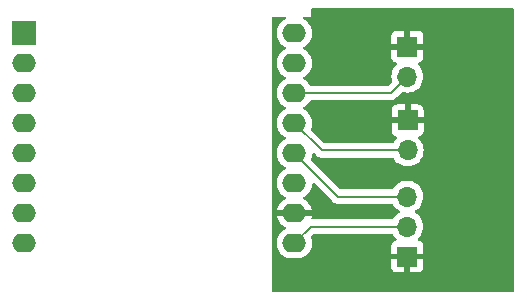
<source format=gbr>
G04 #@! TF.GenerationSoftware,KiCad,Pcbnew,8.0.7*
G04 #@! TF.CreationDate,2024-12-04T23:59:10+01:00*
G04 #@! TF.ProjectId,LuminO,4c756d69-6e4f-42e6-9b69-6361645f7063,rev?*
G04 #@! TF.SameCoordinates,Original*
G04 #@! TF.FileFunction,Copper,L1,Top*
G04 #@! TF.FilePolarity,Positive*
%FSLAX46Y46*%
G04 Gerber Fmt 4.6, Leading zero omitted, Abs format (unit mm)*
G04 Created by KiCad (PCBNEW 8.0.7) date 2024-12-04 23:59:10*
%MOMM*%
%LPD*%
G01*
G04 APERTURE LIST*
G04 #@! TA.AperFunction,ComponentPad*
%ADD10R,1.700000X1.700000*%
G04 #@! TD*
G04 #@! TA.AperFunction,ComponentPad*
%ADD11O,1.700000X1.700000*%
G04 #@! TD*
G04 #@! TA.AperFunction,ComponentPad*
%ADD12R,2.000000X2.000000*%
G04 #@! TD*
G04 #@! TA.AperFunction,ComponentPad*
%ADD13O,2.000000X1.600000*%
G04 #@! TD*
G04 #@! TA.AperFunction,Conductor*
%ADD14C,0.200000*%
G04 #@! TD*
G04 APERTURE END LIST*
D10*
X153475000Y-79750000D03*
D11*
X153475000Y-82290000D03*
D12*
X121055000Y-78610000D03*
D13*
X121055000Y-81150000D03*
X121055000Y-83690000D03*
X121055000Y-86230000D03*
X121055000Y-88770000D03*
X121055000Y-91310000D03*
X121055000Y-93850000D03*
X121055000Y-96390000D03*
X143915000Y-96390000D03*
X143915000Y-93850000D03*
X143915000Y-91310000D03*
X143915000Y-88770000D03*
X143915000Y-86230000D03*
X143915000Y-83690000D03*
X143915000Y-81150000D03*
X143915000Y-78610000D03*
D10*
X153500000Y-86000000D03*
D11*
X153500000Y-88540000D03*
D10*
X153475000Y-97525000D03*
D11*
X153475000Y-94985000D03*
X153475000Y-92445000D03*
D14*
X145320000Y-94985000D02*
X143915000Y-96390000D01*
X153475000Y-94985000D02*
X145320000Y-94985000D01*
X147590000Y-92445000D02*
X143915000Y-88770000D01*
X153475000Y-92445000D02*
X147590000Y-92445000D01*
X146225000Y-88540000D02*
X143915000Y-86230000D01*
X153500000Y-88540000D02*
X146225000Y-88540000D01*
X152075000Y-83690000D02*
X143915000Y-83690000D01*
X153475000Y-82290000D02*
X152075000Y-83690000D01*
X143915000Y-88770000D02*
X144435000Y-88250000D01*
G04 #@! TA.AperFunction,Conductor*
G36*
X162442539Y-76520185D02*
G01*
X162488294Y-76572989D01*
X162499500Y-76624500D01*
X162499500Y-100375500D01*
X162479815Y-100442539D01*
X162427011Y-100488294D01*
X162375500Y-100499500D01*
X142124000Y-100499500D01*
X142056961Y-100479815D01*
X142011206Y-100427011D01*
X142000000Y-100375500D01*
X142000000Y-77334000D01*
X142019685Y-77266961D01*
X142072489Y-77221206D01*
X142124000Y-77210000D01*
X143081561Y-77210000D01*
X143148600Y-77229685D01*
X143194355Y-77282489D01*
X143204299Y-77351647D01*
X143175274Y-77415203D01*
X143137856Y-77444485D01*
X143033385Y-77497715D01*
X142867786Y-77618028D01*
X142723028Y-77762786D01*
X142602715Y-77928386D01*
X142509781Y-78110776D01*
X142446522Y-78305465D01*
X142414500Y-78507648D01*
X142414500Y-78712351D01*
X142446522Y-78914534D01*
X142509781Y-79109223D01*
X142602715Y-79291613D01*
X142723028Y-79457213D01*
X142867786Y-79601971D01*
X143022749Y-79714556D01*
X143033390Y-79722287D01*
X143124840Y-79768883D01*
X143126080Y-79769515D01*
X143176876Y-79817490D01*
X143193671Y-79885311D01*
X143171134Y-79951446D01*
X143126080Y-79990485D01*
X143033386Y-80037715D01*
X142867786Y-80158028D01*
X142723028Y-80302786D01*
X142602715Y-80468386D01*
X142509781Y-80650776D01*
X142446522Y-80845465D01*
X142414500Y-81047648D01*
X142414500Y-81252351D01*
X142446522Y-81454534D01*
X142509781Y-81649223D01*
X142573691Y-81774653D01*
X142600026Y-81826337D01*
X142602715Y-81831613D01*
X142723028Y-81997213D01*
X142867786Y-82141971D01*
X143022749Y-82254556D01*
X143033390Y-82262287D01*
X143124840Y-82308883D01*
X143126080Y-82309515D01*
X143176876Y-82357490D01*
X143193671Y-82425311D01*
X143171134Y-82491446D01*
X143126080Y-82530485D01*
X143033386Y-82577715D01*
X142867786Y-82698028D01*
X142723028Y-82842786D01*
X142602715Y-83008386D01*
X142509781Y-83190776D01*
X142446522Y-83385465D01*
X142414500Y-83587648D01*
X142414500Y-83792351D01*
X142446522Y-83994534D01*
X142509781Y-84189223D01*
X142602715Y-84371613D01*
X142723028Y-84537213D01*
X142867786Y-84681971D01*
X143020345Y-84792809D01*
X143033390Y-84802287D01*
X143124840Y-84848883D01*
X143126080Y-84849515D01*
X143176876Y-84897490D01*
X143193671Y-84965311D01*
X143171134Y-85031446D01*
X143126080Y-85070485D01*
X143033386Y-85117715D01*
X142867786Y-85238028D01*
X142723028Y-85382786D01*
X142602715Y-85548386D01*
X142509781Y-85730776D01*
X142446522Y-85925465D01*
X142414500Y-86127648D01*
X142414500Y-86332351D01*
X142446522Y-86534534D01*
X142509781Y-86729223D01*
X142558987Y-86825794D01*
X142595690Y-86897827D01*
X142602715Y-86911613D01*
X142723028Y-87077213D01*
X142867786Y-87221971D01*
X143022749Y-87334556D01*
X143033390Y-87342287D01*
X143124840Y-87388883D01*
X143126080Y-87389515D01*
X143176876Y-87437490D01*
X143193671Y-87505311D01*
X143171134Y-87571446D01*
X143126080Y-87610485D01*
X143033386Y-87657715D01*
X142867786Y-87778028D01*
X142723028Y-87922786D01*
X142602715Y-88088386D01*
X142509781Y-88270776D01*
X142446522Y-88465465D01*
X142414500Y-88667648D01*
X142414500Y-88872351D01*
X142446522Y-89074534D01*
X142509781Y-89269223D01*
X142558987Y-89365794D01*
X142582225Y-89411401D01*
X142602715Y-89451613D01*
X142723028Y-89617213D01*
X142867786Y-89761971D01*
X143022749Y-89874556D01*
X143033390Y-89882287D01*
X143124840Y-89928883D01*
X143126080Y-89929515D01*
X143176876Y-89977490D01*
X143193671Y-90045311D01*
X143171134Y-90111446D01*
X143126080Y-90150485D01*
X143033386Y-90197715D01*
X142867786Y-90318028D01*
X142723028Y-90462786D01*
X142602715Y-90628386D01*
X142509781Y-90810776D01*
X142446522Y-91005465D01*
X142414500Y-91207648D01*
X142414500Y-91412351D01*
X142446522Y-91614534D01*
X142509781Y-91809223D01*
X142573691Y-91934653D01*
X142597482Y-91981344D01*
X142602715Y-91991613D01*
X142723028Y-92157213D01*
X142867786Y-92301971D01*
X143022749Y-92414556D01*
X143033390Y-92422287D01*
X143077965Y-92444999D01*
X143126629Y-92469795D01*
X143177425Y-92517770D01*
X143194220Y-92585591D01*
X143171682Y-92651726D01*
X143126629Y-92690765D01*
X143033650Y-92738140D01*
X142868105Y-92858417D01*
X142868104Y-92858417D01*
X142723417Y-93003104D01*
X142723417Y-93003105D01*
X142603140Y-93168650D01*
X142510244Y-93350970D01*
X142447009Y-93545586D01*
X142438391Y-93600000D01*
X143539722Y-93600000D01*
X143495667Y-93676306D01*
X143465000Y-93790756D01*
X143465000Y-93909244D01*
X143495667Y-94023694D01*
X143539722Y-94100000D01*
X142438391Y-94100000D01*
X142447009Y-94154413D01*
X142510244Y-94349029D01*
X142603140Y-94531349D01*
X142723417Y-94696894D01*
X142723417Y-94696895D01*
X142868104Y-94841582D01*
X143033652Y-94961861D01*
X143126628Y-95009234D01*
X143177425Y-95057208D01*
X143194220Y-95125029D01*
X143171683Y-95191164D01*
X143126630Y-95230203D01*
X143033388Y-95277713D01*
X142867786Y-95398028D01*
X142723028Y-95542786D01*
X142602715Y-95708386D01*
X142509781Y-95890776D01*
X142446522Y-96085465D01*
X142414500Y-96287648D01*
X142414500Y-96492351D01*
X142446522Y-96694534D01*
X142509781Y-96889223D01*
X142602715Y-97071613D01*
X142723028Y-97237213D01*
X142867786Y-97381971D01*
X143022749Y-97494556D01*
X143033390Y-97502287D01*
X143149607Y-97561503D01*
X143215776Y-97595218D01*
X143215778Y-97595218D01*
X143215781Y-97595220D01*
X143320137Y-97629127D01*
X143410465Y-97658477D01*
X143511557Y-97674488D01*
X143612648Y-97690500D01*
X143612649Y-97690500D01*
X144217351Y-97690500D01*
X144217352Y-97690500D01*
X144419534Y-97658477D01*
X144614219Y-97595220D01*
X144796610Y-97502287D01*
X144889590Y-97434732D01*
X144962213Y-97381971D01*
X144962215Y-97381968D01*
X144962219Y-97381966D01*
X145106966Y-97237219D01*
X145106968Y-97237215D01*
X145106971Y-97237213D01*
X145188569Y-97124901D01*
X145227287Y-97071610D01*
X145320220Y-96889219D01*
X145383477Y-96694534D01*
X145415500Y-96492352D01*
X145415500Y-96287648D01*
X145383477Y-96085466D01*
X145383476Y-96085462D01*
X145383476Y-96085461D01*
X145329780Y-95920203D01*
X145327785Y-95850362D01*
X145360030Y-95794204D01*
X145445845Y-95708390D01*
X145532416Y-95621819D01*
X145593739Y-95588334D01*
X145620097Y-95585500D01*
X152185909Y-95585500D01*
X152252948Y-95605185D01*
X152298292Y-95657097D01*
X152300965Y-95662830D01*
X152436501Y-95856396D01*
X152436506Y-95856402D01*
X152558818Y-95978714D01*
X152592303Y-96040037D01*
X152587319Y-96109729D01*
X152545447Y-96165662D01*
X152514471Y-96182577D01*
X152382912Y-96231646D01*
X152382906Y-96231649D01*
X152267812Y-96317809D01*
X152267809Y-96317812D01*
X152181649Y-96432906D01*
X152181645Y-96432913D01*
X152131403Y-96567620D01*
X152131401Y-96567627D01*
X152125000Y-96627155D01*
X152125000Y-97275000D01*
X153041988Y-97275000D01*
X153009075Y-97332007D01*
X152975000Y-97459174D01*
X152975000Y-97590826D01*
X153009075Y-97717993D01*
X153041988Y-97775000D01*
X152125000Y-97775000D01*
X152125000Y-98422844D01*
X152131401Y-98482372D01*
X152131403Y-98482379D01*
X152181645Y-98617086D01*
X152181649Y-98617093D01*
X152267809Y-98732187D01*
X152267812Y-98732190D01*
X152382906Y-98818350D01*
X152382913Y-98818354D01*
X152517620Y-98868596D01*
X152517627Y-98868598D01*
X152577155Y-98874999D01*
X152577172Y-98875000D01*
X153225000Y-98875000D01*
X153225000Y-97958012D01*
X153282007Y-97990925D01*
X153409174Y-98025000D01*
X153540826Y-98025000D01*
X153667993Y-97990925D01*
X153725000Y-97958012D01*
X153725000Y-98875000D01*
X154372828Y-98875000D01*
X154372844Y-98874999D01*
X154432372Y-98868598D01*
X154432379Y-98868596D01*
X154567086Y-98818354D01*
X154567093Y-98818350D01*
X154682187Y-98732190D01*
X154682190Y-98732187D01*
X154768350Y-98617093D01*
X154768354Y-98617086D01*
X154818596Y-98482379D01*
X154818598Y-98482372D01*
X154824999Y-98422844D01*
X154825000Y-98422827D01*
X154825000Y-97775000D01*
X153908012Y-97775000D01*
X153940925Y-97717993D01*
X153975000Y-97590826D01*
X153975000Y-97459174D01*
X153940925Y-97332007D01*
X153908012Y-97275000D01*
X154825000Y-97275000D01*
X154825000Y-96627172D01*
X154824999Y-96627155D01*
X154818598Y-96567627D01*
X154818596Y-96567620D01*
X154768354Y-96432913D01*
X154768350Y-96432906D01*
X154682190Y-96317812D01*
X154682187Y-96317809D01*
X154567093Y-96231649D01*
X154567088Y-96231646D01*
X154435528Y-96182577D01*
X154379595Y-96140705D01*
X154355178Y-96075241D01*
X154370030Y-96006968D01*
X154391175Y-95978720D01*
X154513495Y-95856401D01*
X154649035Y-95662830D01*
X154748903Y-95448663D01*
X154810063Y-95220408D01*
X154830659Y-94985000D01*
X154810063Y-94749592D01*
X154748903Y-94521337D01*
X154649035Y-94307171D01*
X154649034Y-94307169D01*
X154513494Y-94113597D01*
X154346402Y-93946506D01*
X154346396Y-93946501D01*
X154160842Y-93816575D01*
X154117217Y-93761998D01*
X154110023Y-93692500D01*
X154141546Y-93630145D01*
X154160842Y-93613425D01*
X154183026Y-93597891D01*
X154346401Y-93483495D01*
X154513495Y-93316401D01*
X154649035Y-93122830D01*
X154748903Y-92908663D01*
X154810063Y-92680408D01*
X154830659Y-92445000D01*
X154810063Y-92209592D01*
X154763626Y-92036285D01*
X154748905Y-91981344D01*
X154748904Y-91981343D01*
X154748903Y-91981337D01*
X154649035Y-91767171D01*
X154649034Y-91767169D01*
X154513494Y-91573597D01*
X154346402Y-91406506D01*
X154346395Y-91406501D01*
X154152834Y-91270967D01*
X154152830Y-91270965D01*
X154152828Y-91270964D01*
X153938663Y-91171097D01*
X153938659Y-91171096D01*
X153938655Y-91171094D01*
X153710413Y-91109938D01*
X153710403Y-91109936D01*
X153475001Y-91089341D01*
X153474999Y-91089341D01*
X153239596Y-91109936D01*
X153239586Y-91109938D01*
X153011344Y-91171094D01*
X153011335Y-91171098D01*
X152797171Y-91270964D01*
X152797169Y-91270965D01*
X152603597Y-91406505D01*
X152436506Y-91573596D01*
X152300965Y-91767170D01*
X152300962Y-91767175D01*
X152298289Y-91772909D01*
X152252115Y-91825346D01*
X152185909Y-91844500D01*
X147890097Y-91844500D01*
X147823058Y-91824815D01*
X147802416Y-91808181D01*
X145360029Y-89365794D01*
X145326544Y-89304471D01*
X145329778Y-89239800D01*
X145383477Y-89074534D01*
X145415500Y-88872352D01*
X145415500Y-88872334D01*
X145415745Y-88869229D01*
X145416171Y-88868109D01*
X145416262Y-88867540D01*
X145416381Y-88867558D01*
X145440630Y-88803941D01*
X145496862Y-88762471D01*
X145566587Y-88757985D01*
X145627044Y-88791279D01*
X145740139Y-88904374D01*
X145740149Y-88904385D01*
X145744479Y-88908715D01*
X145744480Y-88908716D01*
X145856284Y-89020520D01*
X145856286Y-89020521D01*
X145856290Y-89020524D01*
X145949840Y-89074534D01*
X145993216Y-89099577D01*
X146105019Y-89129534D01*
X146145942Y-89140500D01*
X146145943Y-89140500D01*
X152210909Y-89140500D01*
X152277948Y-89160185D01*
X152323292Y-89212097D01*
X152325965Y-89217830D01*
X152461505Y-89411401D01*
X152628599Y-89578495D01*
X152683894Y-89617213D01*
X152822165Y-89714032D01*
X152822167Y-89714033D01*
X152822170Y-89714035D01*
X153036337Y-89813903D01*
X153264592Y-89875063D01*
X153452918Y-89891539D01*
X153499999Y-89895659D01*
X153500000Y-89895659D01*
X153500001Y-89895659D01*
X153539234Y-89892226D01*
X153735408Y-89875063D01*
X153963663Y-89813903D01*
X154177830Y-89714035D01*
X154371401Y-89578495D01*
X154538495Y-89411401D01*
X154674035Y-89217830D01*
X154773903Y-89003663D01*
X154835063Y-88775408D01*
X154855659Y-88540000D01*
X154835063Y-88304592D01*
X154777133Y-88088390D01*
X154773905Y-88076344D01*
X154773904Y-88076343D01*
X154773903Y-88076337D01*
X154674035Y-87862171D01*
X154674034Y-87862169D01*
X154538496Y-87668600D01*
X154480381Y-87610485D01*
X154416179Y-87546283D01*
X154382696Y-87484963D01*
X154387680Y-87415271D01*
X154429551Y-87359337D01*
X154460529Y-87342422D01*
X154592086Y-87293354D01*
X154592093Y-87293350D01*
X154707187Y-87207190D01*
X154707190Y-87207187D01*
X154793350Y-87092093D01*
X154793354Y-87092086D01*
X154843596Y-86957379D01*
X154843598Y-86957372D01*
X154849999Y-86897844D01*
X154850000Y-86897827D01*
X154850000Y-86250000D01*
X153933012Y-86250000D01*
X153965925Y-86192993D01*
X154000000Y-86065826D01*
X154000000Y-85934174D01*
X153965925Y-85807007D01*
X153933012Y-85750000D01*
X154850000Y-85750000D01*
X154850000Y-85102172D01*
X154849999Y-85102155D01*
X154843598Y-85042627D01*
X154843596Y-85042620D01*
X154793354Y-84907913D01*
X154793350Y-84907906D01*
X154707190Y-84792812D01*
X154707187Y-84792809D01*
X154592093Y-84706649D01*
X154592086Y-84706645D01*
X154457379Y-84656403D01*
X154457372Y-84656401D01*
X154397844Y-84650000D01*
X153750000Y-84650000D01*
X153750000Y-85566988D01*
X153692993Y-85534075D01*
X153565826Y-85500000D01*
X153434174Y-85500000D01*
X153307007Y-85534075D01*
X153250000Y-85566988D01*
X153250000Y-84650000D01*
X152602155Y-84650000D01*
X152542627Y-84656401D01*
X152542620Y-84656403D01*
X152407913Y-84706645D01*
X152407906Y-84706649D01*
X152292812Y-84792809D01*
X152292809Y-84792812D01*
X152206649Y-84907906D01*
X152206645Y-84907913D01*
X152156403Y-85042620D01*
X152156401Y-85042627D01*
X152150000Y-85102155D01*
X152150000Y-85750000D01*
X153066988Y-85750000D01*
X153034075Y-85807007D01*
X153000000Y-85934174D01*
X153000000Y-86065826D01*
X153034075Y-86192993D01*
X153066988Y-86250000D01*
X152150000Y-86250000D01*
X152150000Y-86897844D01*
X152156401Y-86957372D01*
X152156403Y-86957379D01*
X152206645Y-87092086D01*
X152206649Y-87092093D01*
X152292809Y-87207187D01*
X152292812Y-87207190D01*
X152407906Y-87293350D01*
X152407913Y-87293354D01*
X152539470Y-87342421D01*
X152595403Y-87384292D01*
X152619821Y-87449756D01*
X152604970Y-87518029D01*
X152583819Y-87546284D01*
X152461503Y-87668600D01*
X152325965Y-87862170D01*
X152325962Y-87862175D01*
X152323289Y-87867909D01*
X152277115Y-87920346D01*
X152210909Y-87939500D01*
X146525097Y-87939500D01*
X146458058Y-87919815D01*
X146437416Y-87903181D01*
X145360029Y-86825794D01*
X145326544Y-86764471D01*
X145329778Y-86699800D01*
X145383477Y-86534534D01*
X145415500Y-86332352D01*
X145415500Y-86127648D01*
X145383477Y-85925466D01*
X145320220Y-85730781D01*
X145320218Y-85730778D01*
X145320218Y-85730776D01*
X145253533Y-85599901D01*
X145227287Y-85548390D01*
X145192130Y-85500000D01*
X145106971Y-85382786D01*
X144962213Y-85238028D01*
X144796614Y-85117715D01*
X144766109Y-85102172D01*
X144703917Y-85070483D01*
X144653123Y-85022511D01*
X144636328Y-84954690D01*
X144658865Y-84888555D01*
X144703917Y-84849516D01*
X144796610Y-84802287D01*
X144817770Y-84786913D01*
X144962213Y-84681971D01*
X144962215Y-84681968D01*
X144962219Y-84681966D01*
X145106966Y-84537219D01*
X145106968Y-84537215D01*
X145106971Y-84537213D01*
X145227284Y-84371614D01*
X145227285Y-84371613D01*
X145227287Y-84371610D01*
X145234117Y-84358204D01*
X145282091Y-84307409D01*
X145344602Y-84290500D01*
X151988331Y-84290500D01*
X151988347Y-84290501D01*
X151995943Y-84290501D01*
X152154054Y-84290501D01*
X152154057Y-84290501D01*
X152306785Y-84249577D01*
X152356904Y-84220639D01*
X152443716Y-84170520D01*
X152555520Y-84058716D01*
X152555520Y-84058714D01*
X152565728Y-84048507D01*
X152565730Y-84048504D01*
X152991470Y-83622763D01*
X153052791Y-83589280D01*
X153111238Y-83590670D01*
X153239592Y-83625063D01*
X153427918Y-83641539D01*
X153474999Y-83645659D01*
X153475000Y-83645659D01*
X153475001Y-83645659D01*
X153514234Y-83642226D01*
X153710408Y-83625063D01*
X153938663Y-83563903D01*
X154152830Y-83464035D01*
X154346401Y-83328495D01*
X154513495Y-83161401D01*
X154649035Y-82967830D01*
X154748903Y-82753663D01*
X154810063Y-82525408D01*
X154830659Y-82290000D01*
X154810063Y-82054592D01*
X154748903Y-81826337D01*
X154649035Y-81612171D01*
X154513495Y-81418599D01*
X154391179Y-81296283D01*
X154357696Y-81234963D01*
X154362680Y-81165271D01*
X154404551Y-81109337D01*
X154435529Y-81092422D01*
X154567086Y-81043354D01*
X154567093Y-81043350D01*
X154682187Y-80957190D01*
X154682190Y-80957187D01*
X154768350Y-80842093D01*
X154768354Y-80842086D01*
X154818596Y-80707379D01*
X154818598Y-80707372D01*
X154824999Y-80647844D01*
X154825000Y-80647827D01*
X154825000Y-80000000D01*
X153908012Y-80000000D01*
X153940925Y-79942993D01*
X153975000Y-79815826D01*
X153975000Y-79684174D01*
X153940925Y-79557007D01*
X153908012Y-79500000D01*
X154825000Y-79500000D01*
X154825000Y-78852172D01*
X154824999Y-78852155D01*
X154818598Y-78792627D01*
X154818596Y-78792620D01*
X154768354Y-78657913D01*
X154768350Y-78657906D01*
X154682190Y-78542812D01*
X154682187Y-78542809D01*
X154567093Y-78456649D01*
X154567086Y-78456645D01*
X154432379Y-78406403D01*
X154432372Y-78406401D01*
X154372844Y-78400000D01*
X153725000Y-78400000D01*
X153725000Y-79316988D01*
X153667993Y-79284075D01*
X153540826Y-79250000D01*
X153409174Y-79250000D01*
X153282007Y-79284075D01*
X153225000Y-79316988D01*
X153225000Y-78400000D01*
X152577155Y-78400000D01*
X152517627Y-78406401D01*
X152517620Y-78406403D01*
X152382913Y-78456645D01*
X152382906Y-78456649D01*
X152267812Y-78542809D01*
X152267809Y-78542812D01*
X152181649Y-78657906D01*
X152181645Y-78657913D01*
X152131403Y-78792620D01*
X152131401Y-78792627D01*
X152125000Y-78852155D01*
X152125000Y-79500000D01*
X153041988Y-79500000D01*
X153009075Y-79557007D01*
X152975000Y-79684174D01*
X152975000Y-79815826D01*
X153009075Y-79942993D01*
X153041988Y-80000000D01*
X152125000Y-80000000D01*
X152125000Y-80647844D01*
X152131401Y-80707372D01*
X152131403Y-80707379D01*
X152181645Y-80842086D01*
X152181649Y-80842093D01*
X152267809Y-80957187D01*
X152267812Y-80957190D01*
X152382906Y-81043350D01*
X152382913Y-81043354D01*
X152514470Y-81092421D01*
X152570403Y-81134292D01*
X152594821Y-81199756D01*
X152579970Y-81268029D01*
X152558819Y-81296284D01*
X152436503Y-81418600D01*
X152300965Y-81612169D01*
X152300964Y-81612171D01*
X152201098Y-81826335D01*
X152201094Y-81826344D01*
X152139938Y-82054586D01*
X152139936Y-82054596D01*
X152119341Y-82289999D01*
X152119341Y-82290000D01*
X152139936Y-82525403D01*
X152139938Y-82525413D01*
X152174327Y-82653756D01*
X152172664Y-82723606D01*
X152142233Y-82773530D01*
X151862582Y-83053182D01*
X151801262Y-83086666D01*
X151774903Y-83089500D01*
X145344602Y-83089500D01*
X145277563Y-83069815D01*
X145234117Y-83021795D01*
X145227284Y-83008385D01*
X145106971Y-82842786D01*
X144962213Y-82698028D01*
X144796614Y-82577715D01*
X144790006Y-82574348D01*
X144703917Y-82530483D01*
X144653123Y-82482511D01*
X144636328Y-82414690D01*
X144658865Y-82348555D01*
X144703917Y-82309516D01*
X144796610Y-82262287D01*
X144817770Y-82246913D01*
X144962213Y-82141971D01*
X144962215Y-82141968D01*
X144962219Y-82141966D01*
X145106966Y-81997219D01*
X145106968Y-81997215D01*
X145106971Y-81997213D01*
X145159732Y-81924590D01*
X145227287Y-81831610D01*
X145320220Y-81649219D01*
X145383477Y-81454534D01*
X145415500Y-81252352D01*
X145415500Y-81047648D01*
X145383477Y-80845466D01*
X145320220Y-80650781D01*
X145320218Y-80650778D01*
X145320218Y-80650776D01*
X145286503Y-80584607D01*
X145227287Y-80468390D01*
X145219556Y-80457749D01*
X145106971Y-80302786D01*
X144962213Y-80158028D01*
X144796614Y-80037715D01*
X144790006Y-80034348D01*
X144703917Y-79990483D01*
X144653123Y-79942511D01*
X144636328Y-79874690D01*
X144658865Y-79808555D01*
X144703917Y-79769516D01*
X144796610Y-79722287D01*
X144817770Y-79706913D01*
X144962213Y-79601971D01*
X144962215Y-79601968D01*
X144962219Y-79601966D01*
X145106966Y-79457219D01*
X145106968Y-79457215D01*
X145106971Y-79457213D01*
X145184936Y-79349901D01*
X145227287Y-79291610D01*
X145320220Y-79109219D01*
X145383477Y-78914534D01*
X145415500Y-78712352D01*
X145415500Y-78507648D01*
X145383477Y-78305466D01*
X145320220Y-78110781D01*
X145320218Y-78110778D01*
X145320218Y-78110776D01*
X145286503Y-78044607D01*
X145227287Y-77928390D01*
X145219556Y-77917749D01*
X145106971Y-77762786D01*
X144962213Y-77618028D01*
X144796614Y-77497715D01*
X144692144Y-77444485D01*
X144641348Y-77396510D01*
X144624553Y-77328689D01*
X144647090Y-77262555D01*
X144701805Y-77219103D01*
X144748439Y-77210000D01*
X145305000Y-77210000D01*
X145305000Y-76624500D01*
X145324685Y-76557461D01*
X145377489Y-76511706D01*
X145429000Y-76500500D01*
X162375500Y-76500500D01*
X162442539Y-76520185D01*
G37*
G04 #@! TD.AperFunction*
G04 #@! TA.AperFunction,Conductor*
G36*
X145627044Y-91331279D02*
G01*
X147105139Y-92809374D01*
X147105149Y-92809385D01*
X147109479Y-92813715D01*
X147109480Y-92813716D01*
X147221284Y-92925520D01*
X147308095Y-92975639D01*
X147308097Y-92975641D01*
X147346151Y-92997611D01*
X147358215Y-93004577D01*
X147510943Y-93045501D01*
X147510946Y-93045501D01*
X147676653Y-93045501D01*
X147676669Y-93045500D01*
X152185909Y-93045500D01*
X152252948Y-93065185D01*
X152298292Y-93117097D01*
X152300965Y-93122830D01*
X152300966Y-93122831D01*
X152436501Y-93316395D01*
X152436506Y-93316402D01*
X152603597Y-93483493D01*
X152603603Y-93483498D01*
X152789158Y-93613425D01*
X152832783Y-93668002D01*
X152839977Y-93737500D01*
X152808454Y-93799855D01*
X152789158Y-93816575D01*
X152603597Y-93946505D01*
X152436506Y-94113596D01*
X152300965Y-94307170D01*
X152300962Y-94307175D01*
X152298289Y-94312909D01*
X152252115Y-94365346D01*
X152185909Y-94384500D01*
X145478903Y-94384500D01*
X145411864Y-94364815D01*
X145366109Y-94312011D01*
X145356165Y-94242853D01*
X145360972Y-94222183D01*
X145382989Y-94154418D01*
X145382990Y-94154413D01*
X145391609Y-94100000D01*
X144290278Y-94100000D01*
X144334333Y-94023694D01*
X144365000Y-93909244D01*
X144365000Y-93790756D01*
X144334333Y-93676306D01*
X144290278Y-93600000D01*
X145391609Y-93600000D01*
X145382990Y-93545586D01*
X145319755Y-93350970D01*
X145226859Y-93168650D01*
X145106582Y-93003105D01*
X145106582Y-93003104D01*
X144961895Y-92858417D01*
X144796349Y-92738140D01*
X144703370Y-92690765D01*
X144652574Y-92642790D01*
X144635779Y-92574969D01*
X144658316Y-92508835D01*
X144703370Y-92469795D01*
X144796610Y-92422287D01*
X144817770Y-92406913D01*
X144962213Y-92301971D01*
X144962215Y-92301968D01*
X144962219Y-92301966D01*
X145106966Y-92157219D01*
X145106968Y-92157215D01*
X145106971Y-92157213D01*
X145159732Y-92084590D01*
X145227287Y-91991610D01*
X145320220Y-91809219D01*
X145383477Y-91614534D01*
X145415500Y-91412352D01*
X145415500Y-91412334D01*
X145415745Y-91409229D01*
X145416171Y-91408109D01*
X145416262Y-91407540D01*
X145416381Y-91407558D01*
X145440630Y-91343941D01*
X145496862Y-91302471D01*
X145566587Y-91297985D01*
X145627044Y-91331279D01*
G37*
G04 #@! TD.AperFunction*
M02*

</source>
